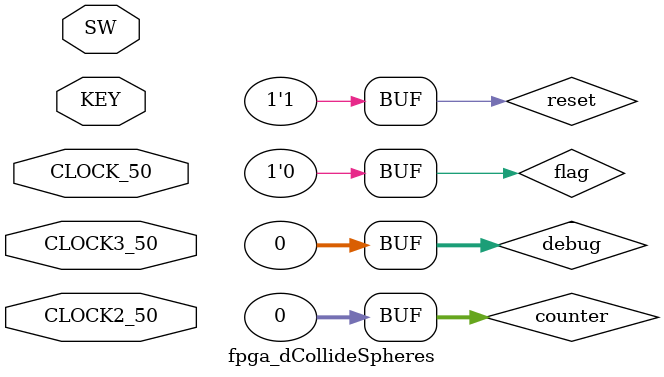
<source format=v>


module fpga_dCollideSpheres(

	//////////// CLOCK //////////
	CLOCK_50,
	CLOCK2_50,
	CLOCK3_50,

	//////////// KEY //////////
	KEY,
	SW
);

//=======================================================
//  PARAMETER declarations
//=======================================================


//=======================================================
//  PORT declarations
//=======================================================

//////////// CLOCK //////////
input 		          		CLOCK_50;
input 		          		CLOCK2_50;
input 		          		CLOCK3_50;

//////////// KEY //////////
input 		     [3:0]		KEY;
input 		          		SW;


//=======================================================
//  REG/WIRE declarations
//=======================================================

wire [31:0] rst_reg;
wire [31:0] x1_reg;
wire [31:0] y1_reg;
wire [31:0] z1_reg;
wire [31:0] r1_reg;
wire [31:0] x2_reg;
wire [31:0] y2_reg;
wire [31:0] z2_reg;
wire [31:0] r2_reg, g1c, g2c;
wire [31:0] outs [8:0];
wire [31:0] check1;
wire [31:0] check2;
wire [31:0] check3;
wire [31:0] check4;
wire [31:0] check5;
wire key0;
wire ret_val, done_flag;
wire rst_data;
reg rst_wire;
reg [31:0] counter = 31'b0;
reg [31:0] debug = 31'b0;
reg reset = 1'b1;
reg flag = 1'b0;

// jtag signals
assign key0 = ~KEY[0];


//=======================================================
//  Structural coding
//=======================================================

jtag_tx jtag0( .out_data(x1_reg) );
					 
jtag_tx jtag1( .out_data(y1_reg) );
					 
jtag_tx jtag2( .out_data(z1_reg) );
					 
jtag_tx jtag3( .out_data(r1_reg) );		
					 
jtag_tx jtag4( .out_data(x2_reg) );
					 
jtag_tx jtag5( .out_data(y2_reg) );
					 
jtag_tx jtag6( .out_data(z2_reg) );			
					 
jtag_tx jtag7( .out_data(r2_reg) );	

jtag_tx jtag8( .out_data(rst_reg) );	


jtag_debug jtag9(.in_debug(outs[0]));
jtag_debug jtag10(.in_debug(outs[1]));
jtag_debug jtag11(.in_debug(outs[2]));
jtag_debug jtag12(.in_debug(outs[3]));
jtag_debug jtag13(.in_debug(outs[4]));
jtag_debug jtag14(.in_debug(outs[5]));
jtag_debug jtag15(.in_debug(outs[6]));
jtag_debug jtag16(.in_debug(outs[7]));
jtag_debug jtag17(.in_debug(outs[8]));
//jtag_debug jtag18(.in_debug(check1));
//jtag_debug jtag19(.in_debug(check2));
//jtag_debug jtag20(.in_debug(check3));
//jtag_debug jtag21(.in_debug(check4));
//jtag_debug jtag22(.in_debug(check5));
//jtag_debug jtag23(.in_debug(debug));


dCollideSpheres test0(
	.x1(x1_reg), 
	.y1(y1_reg), 
	.z1(z1_reg), 
	.r1(r1_reg), 
	.x2(x2_reg), 
	.y2(y2_reg), 
	.z2(z2_reg), 
	.r2(r2_reg), 	
	.cx(outs[0]), 
	.cy(outs[1]), 
	.cz(outs[2]), 
	.normalx(outs[3]), 
	.normaly(outs[4]), 
	.normalz(outs[5]), 
	.depth(outs[6]), 
	.g1(32'd1), 
	.g2(32'd1), 
	.ret(outs[7]), 
	.clk(CLOCK_50), 
	.rst(rst_reg[0]), 
	.done(outs[8]),
	.test(check1),
	.test2(check2),
	.test3(check3),
   .test4(check4),
	.test5(check5)
);

/*always @(posedge CLOCK_50 or posedge outs[8] or negedge outs[8])
begin
if(outs[8] == 1'b0)
begin
	counter <= 32'd0;
end
else
begin
	if(outs[8] == 1'b1)
	begin
		debug <= counter;
	end
	else
	begin
		counter <= counter + 1;
	end
end

		
end*/	




endmodule

</source>
